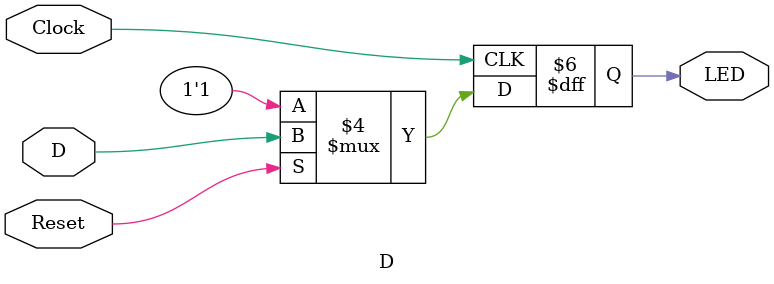
<source format=v>

module D(D,Reset,LED,Clock);
	input D;
	input Reset;
	input Clock;
	
	output reg LED;
	
	always@(posedge Clock) begin
		if(Reset == 1'b0) begin
			LED <= 1'b1;
		end
		else begin
			LED <= D;
		end
	end
	
endmodule

</source>
